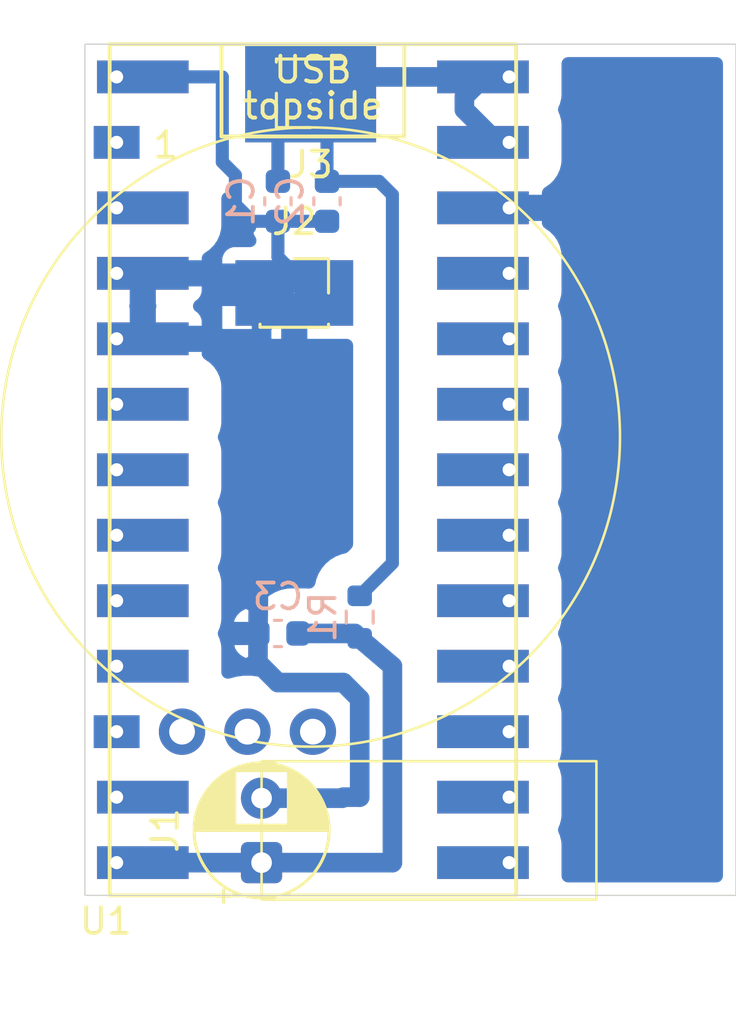
<source format=kicad_pcb>
(kicad_pcb (version 20241229) (generator "pcbnew") (generator_version "9.0")
  (layers (0 "F.Cu" signal) (2 "B.Cu" signal) (13 "F.Paste" user) (15 "B.Paste" user) (5 "F.SilkS" user "F.Silkscreen") (7 "B.SilkS" user "B.Silkscreen") (1 "F.Mask" user) (3 "B.Mask" user) (25 "Edge.Cuts" user))
  (net 0 "")
  (net 1 "BAT+")
  (net 2 "3V3")
  (net 3 "WAKE_PIN")
  (net 7 "BAT-")
  (net 17 "P0.29")
  (footprint "Connector_PinSocket_2.54mm:PinSocket_1x01_P2.54mm_Vertical" (layer "F.Cu") (at 8.255 9.652)
    (property "Reference" "J2" (at 0 -2.77 0) (layer "F.SilkS"))
    (property "Value" "BAT_MINUS_TAB")
    (fp_line (start -1.33 1.21) (end -1.33 1.33) (stroke (width 0.12)) (layer "F.SilkS"))
    (fp_line (start -1.33 1.33) (end 1.33 1.33) (stroke (width 0.12)) (layer "F.SilkS"))
    (fp_line (start 0 -1.33) (end 1.33 -1.33) (stroke (width 0.12)) (layer "F.SilkS"))
    (fp_line (start 1.33 -1.33) (end 1.33 0) (stroke (width 0.12)) (layer "F.SilkS"))
    (fp_line (start 1.33 1.21) (end 1.33 1.33) (stroke (width 0.12)) (layer "F.SilkS"))
    (pad "1" thru_hole rect (at 0 0) (size 4.572 2.54) (drill 0.0254) (layers "*.Cu" "*.Mask") (net 7 "BAT-"))
  )
  (footprint "Connector_PinSocket_2.54mm:PinSocket_1x01_P2.54mm_Vertical" (layer "F.Cu") (at 8.89 1.905 180)
    (property "Reference" "J3" (at 0 -2.77 0) (layer "F.SilkS"))
    (property "Value" "BAT_PLUS_TAB")
    (fp_line (start 1.33 1.21) (end 1.33 1.33) (stroke (width 0.12)) (layer "F.SilkS"))
    (fp_line (start 1.33 -1.33) (end 1.33 0) (stroke (width 0.12)) (layer "F.SilkS"))
    (fp_line (start 0 -1.33) (end 1.33 -1.33) (stroke (width 0.12)) (layer "F.SilkS"))
    (fp_line (start -1.33 1.33) (end 1.33 1.33) (stroke (width 0.12)) (layer "F.SilkS"))
    (fp_line (start -1.33 1.21) (end -1.33 1.33) (stroke (width 0.12)) (layer "F.SilkS"))
    (pad "1" thru_hole rect (at 0 0 180) (size 5.08 3.81) (drill 0.0254) (layers "*.Cu" "*.Mask") (net 1 "BAT+"))
  )
  (footprint "Capacitor_THT:CP_Radial_D5.0mm_P2.50mm" (layer "F.Cu") (at 6.985 31.75 90)
    (property "Reference" "J1" (at 1.25 -3.75 90) (layer "F.SilkS"))
    (property "Value" "VibSensor")
    (fp_line (start 1.29 -2.58) (end 1.29 2.58) (stroke (width 0.12)) (layer "F.SilkS"))
    (fp_line (start 1.25 -2.58) (end 1.25 2.58) (stroke (width 0.12)) (layer "F.SilkS"))
    (fp_line (start 1.33 -2.579) (end 1.33 2.579) (stroke (width 0.12)) (layer "F.SilkS"))
    (fp_line (start 1.37 -2.577) (end 1.37 2.577) (stroke (width 0.12)) (layer "F.SilkS"))
    (fp_line (start 1.41 -2.575) (end 1.41 2.575) (stroke (width 0.12)) (layer "F.SilkS"))
    (fp_line (start 1.45 -2.572) (end 1.45 2.572) (stroke (width 0.12)) (layer "F.SilkS"))
    (fp_line (start 1.49 -2.569) (end 1.49 -1.04) (stroke (width 0.12)) (layer "F.SilkS"))
    (fp_line (start 1.53 -2.565) (end 1.53 -1.04) (stroke (width 0.12)) (layer "F.SilkS"))
    (fp_line (start 1.57 -2.56) (end 1.57 -1.04) (stroke (width 0.12)) (layer "F.SilkS"))
    (fp_line (start 1.61 -2.555) (end 1.61 -1.04) (stroke (width 0.12)) (layer "F.SilkS"))
    (fp_line (start 1.65 -2.549) (end 1.65 -1.04) (stroke (width 0.12)) (layer "F.SilkS"))
    (fp_line (start 1.69 -2.543) (end 1.69 -1.04) (stroke (width 0.12)) (layer "F.SilkS"))
    (fp_line (start 1.73 -2.536) (end 1.73 -1.04) (stroke (width 0.12)) (layer "F.SilkS"))
    (fp_line (start 1.77 -2.528) (end 1.77 -1.04) (stroke (width 0.12)) (layer "F.SilkS"))
    (fp_line (start 1.81 -2.519) (end 1.81 -1.04) (stroke (width 0.12)) (layer "F.SilkS"))
    (fp_line (start 1.85 -2.51) (end 1.85 -1.04) (stroke (width 0.12)) (layer "F.SilkS"))
    (fp_line (start 1.89 -2.501) (end 1.89 -1.04) (stroke (width 0.12)) (layer "F.SilkS"))
    (fp_line (start 1.93 -2.49) (end 1.93 -1.04) (stroke (width 0.12)) (layer "F.SilkS"))
    (fp_line (start 1.97 -2.479) (end 1.97 -1.04) (stroke (width 0.12)) (layer "F.SilkS"))
    (fp_line (start 2.01 -2.467) (end 2.01 -1.04) (stroke (width 0.12)) (layer "F.SilkS"))
    (fp_line (start 2.05 -2.455) (end 2.05 -1.04) (stroke (width 0.12)) (layer "F.SilkS"))
    (fp_line (start 2.09 -2.442) (end 2.09 -1.04) (stroke (width 0.12)) (layer "F.SilkS"))
    (fp_line (start 2.13 -2.428) (end 2.13 -1.04) (stroke (width 0.12)) (layer "F.SilkS"))
    (fp_line (start 2.17 -2.413) (end 2.17 -1.04) (stroke (width 0.12)) (layer "F.SilkS"))
    (fp_line (start 2.21 -2.398) (end 2.21 -1.04) (stroke (width 0.12)) (layer "F.SilkS"))
    (fp_line (start 2.25 -2.382) (end 2.25 -1.04) (stroke (width 0.12)) (layer "F.SilkS"))
    (fp_line (start 2.29 -2.365) (end 2.29 -1.04) (stroke (width 0.12)) (layer "F.SilkS"))
    (fp_line (start 2.33 -2.347) (end 2.33 -1.04) (stroke (width 0.12)) (layer "F.SilkS"))
    (fp_line (start 2.37 -2.329) (end 2.37 -1.04) (stroke (width 0.12)) (layer "F.SilkS"))
    (fp_line (start 2.41 -2.309) (end 2.41 -1.04) (stroke (width 0.12)) (layer "F.SilkS"))
    (fp_line (start 2.45 -2.289) (end 2.45 -1.04) (stroke (width 0.12)) (layer "F.SilkS"))
    (fp_line (start 2.49 -2.268) (end 2.49 -1.04) (stroke (width 0.12)) (layer "F.SilkS"))
    (fp_line (start 2.53 -2.246) (end 2.53 -1.04) (stroke (width 0.12)) (layer "F.SilkS"))
    (fp_line (start 2.57 -2.223) (end 2.57 -1.04) (stroke (width 0.12)) (layer "F.SilkS"))
    (fp_line (start 2.61 -2.199) (end 2.61 -1.04) (stroke (width 0.12)) (layer "F.SilkS"))
    (fp_line (start 2.65 -2.175) (end 2.65 -1.04) (stroke (width 0.12)) (layer "F.SilkS"))
    (fp_line (start 2.69 -2.149) (end 2.69 -1.04) (stroke (width 0.12)) (layer "F.SilkS"))
    (fp_line (start 2.73 -2.122) (end 2.73 -1.04) (stroke (width 0.12)) (layer "F.SilkS"))
    (fp_line (start 2.77 -2.094) (end 2.77 -1.04) (stroke (width 0.12)) (layer "F.SilkS"))
    (fp_line (start 2.81 -2.065) (end 2.81 -1.04) (stroke (width 0.12)) (layer "F.SilkS"))
    (fp_line (start 2.85 -2.035) (end 2.85 -1.04) (stroke (width 0.12)) (layer "F.SilkS"))
    (fp_line (start 2.89 -2.003) (end 2.89 -1.04) (stroke (width 0.12)) (layer "F.SilkS"))
    (fp_line (start 2.93 -1.97) (end 2.93 -1.04) (stroke (width 0.12)) (layer "F.SilkS"))
    (fp_line (start 2.97 -1.936) (end 2.97 -1.04) (stroke (width 0.12)) (layer "F.SilkS"))
    (fp_line (start 3.01 -1.901) (end 3.01 -1.04) (stroke (width 0.12)) (layer "F.SilkS"))
    (fp_line (start 3.05 -1.864) (end 3.05 -1.04) (stroke (width 0.12)) (layer "F.SilkS"))
    (fp_line (start 3.09 -1.825) (end 3.09 -1.04) (stroke (width 0.12)) (layer "F.SilkS"))
    (fp_line (start 3.13 -1.785) (end 3.13 -1.04) (stroke (width 0.12)) (layer "F.SilkS"))
    (fp_line (start 3.17 -1.743) (end 3.17 -1.04) (stroke (width 0.12)) (layer "F.SilkS"))
    (fp_line (start -1.304775 -1.725) (end -1.304775 -1.225) (stroke (width 0.12)) (layer "F.SilkS"))
    (fp_line (start 3.21 -1.699) (end 3.21 -1.04) (stroke (width 0.12)) (layer "F.SilkS"))
    (fp_line (start 3.25 -1.652) (end 3.25 -1.04) (stroke (width 0.12)) (layer "F.SilkS"))
    (fp_line (start 3.29 -1.604) (end 3.29 -1.04) (stroke (width 0.12)) (layer "F.SilkS"))
    (fp_line (start 3.33 -1.553) (end 3.33 -1.04) (stroke (width 0.12)) (layer "F.SilkS"))
    (fp_line (start 3.37 -1.499) (end 3.37 -1.04) (stroke (width 0.12)) (layer "F.SilkS"))
    (fp_line (start -1.554775 -1.475) (end -1.054775 -1.475) (stroke (width 0.12)) (layer "F.SilkS"))
    (fp_line (start 3.41 -1.443) (end 3.41 -1.04) (stroke (width 0.12)) (layer "F.SilkS"))
    (fp_line (start 3.45 -1.383) (end 3.45 -1.04) (stroke (width 0.12)) (layer "F.SilkS"))
    (fp_line (start 3.49 -1.319) (end 3.49 -1.04) (stroke (width 0.12)) (layer "F.SilkS"))
    (fp_line (start 3.53 -1.251) (end 3.53 -1.04) (stroke (width 0.12)) (layer "F.SilkS"))
    (fp_line (start 3.57 -1.177) (end 3.57 1.177) (stroke (width 0.12)) (layer "F.SilkS"))
    (fp_line (start 3.61 -1.098) (end 3.61 1.098) (stroke (width 0.12)) (layer "F.SilkS"))
    (fp_line (start 3.65 -1.011) (end 3.65 1.011) (stroke (width 0.12)) (layer "F.SilkS"))
    (fp_line (start 3.69 -0.914) (end 3.69 0.914) (stroke (width 0.12)) (layer "F.SilkS"))
    (fp_line (start 3.73 -0.805) (end 3.73 0.805) (stroke (width 0.12)) (layer "F.SilkS"))
    (fp_line (start 3.77 -0.677) (end 3.77 0.677) (stroke (width 0.12)) (layer "F.SilkS"))
    (fp_line (start 3.81 -0.517) (end 3.81 0.517) (stroke (width 0.12)) (layer "F.SilkS"))
    (fp_line (start 3.85 -0.283) (end 3.85 0.283) (stroke (width 0.12)) (layer "F.SilkS"))
    (fp_line (start 3.53 1.04) (end 3.53 1.251) (stroke (width 0.12)) (layer "F.SilkS"))
    (fp_line (start 3.49 1.04) (end 3.49 1.319) (stroke (width 0.12)) (layer "F.SilkS"))
    (fp_line (start 3.45 1.04) (end 3.45 1.383) (stroke (width 0.12)) (layer "F.SilkS"))
    (fp_line (start 3.41 1.04) (end 3.41 1.443) (stroke (width 0.12)) (layer "F.SilkS"))
    (fp_line (start 3.37 1.04) (end 3.37 1.499) (stroke (width 0.12)) (layer "F.SilkS"))
    (fp_line (start 3.33 1.04) (end 3.33 1.553) (stroke (width 0.12)) (layer "F.SilkS"))
    (fp_line (start 3.29 1.04) (end 3.29 1.604) (stroke (width 0.12)) (layer "F.SilkS"))
    (fp_line (start 3.25 1.04) (end 3.25 1.652) (stroke (width 0.12)) (layer "F.SilkS"))
    (fp_line (start 3.21 1.04) (end 3.21 1.699) (stroke (width 0.12)) (layer "F.SilkS"))
    (fp_line (start 3.17 1.04) (end 3.17 1.743) (stroke (width 0.12)) (layer "F.SilkS"))
    (fp_line (start 3.13 1.04) (end 3.13 1.785) (stroke (width 0.12)) (layer "F.SilkS"))
    (fp_line (start 3.09 1.04) (end 3.09 1.825) (stroke (width 0.12)) (layer "F.SilkS"))
    (fp_line (start 3.05 1.04) (end 3.05 1.864) (stroke (width 0.12)) (layer "F.SilkS"))
    (fp_line (start 3.01 1.04) (end 3.01 1.901) (stroke (width 0.12)) (layer "F.SilkS"))
    (fp_line (start 2.97 1.04) (end 2.97 1.936) (stroke (width 0.12)) (layer "F.SilkS"))
    (fp_line (start 2.93 1.04) (end 2.93 1.97) (stroke (width 0.12)) (layer "F.SilkS"))
    (fp_line (start 2.89 1.04) (end 2.89 2.003) (stroke (width 0.12)) (layer "F.SilkS"))
    (fp_line (start 2.85 1.04) (end 2.85 2.035) (stroke (width 0.12)) (layer "F.SilkS"))
    (fp_line (start 2.81 1.04) (end 2.81 2.065) (stroke (width 0.12)) (layer "F.SilkS"))
    (fp_line (start 2.77 1.04) (end 2.77 2.094) (stroke (width 0.12)) (layer "F.SilkS"))
    (fp_line (start 2.73 1.04) (end 2.73 2.122) (stroke (width 0.12)) (layer "F.SilkS"))
    (fp_line (start 2.69 1.04) (end 2.69 2.149) (stroke (width 0.12)) (layer "F.SilkS"))
    (fp_line (start 2.65 1.04) (end 2.65 2.175) (stroke (width 0.12)) (layer "F.SilkS"))
    (fp_line (start 2.61 1.04) (end 2.61 2.199) (stroke (width 0.12)) (layer "F.SilkS"))
    (fp_line (start 2.57 1.04) (end 2.57 2.223) (stroke (width 0.12)) (layer "F.SilkS"))
    (fp_line (start 2.53 1.04) (end 2.53 2.246) (stroke (width 0.12)) (layer "F.SilkS"))
    (fp_line (start 2.49 1.04) (end 2.49 2.268) (stroke (width 0.12)) (layer "F.SilkS"))
    (fp_line (start 2.45 1.04) (end 2.45 2.289) (stroke (width 0.12)) (layer "F.SilkS"))
    (fp_line (start 2.41 1.04) (end 2.41 2.309) (stroke (width 0.12)) (layer "F.SilkS"))
    (fp_line (start 2.37 1.04) (end 2.37 2.329) (stroke (width 0.12)) (layer "F.SilkS"))
    (fp_line (start 2.33 1.04) (end 2.33 2.347) (stroke (width 0.12)) (layer "F.SilkS"))
    (fp_line (start 2.29 1.04) (end 2.29 2.365) (stroke (width 0.12)) (layer "F.SilkS"))
    (fp_line (start 2.25 1.04) (end 2.25 2.382) (stroke (width 0.12)) (layer "F.SilkS"))
    (fp_line (start 2.21 1.04) (end 2.21 2.398) (stroke (width 0.12)) (layer "F.SilkS"))
    (fp_line (start 2.17 1.04) (end 2.17 2.413) (stroke (width 0.12)) (layer "F.SilkS"))
    (fp_line (start 2.13 1.04) (end 2.13 2.428) (stroke (width 0.12)) (layer "F.SilkS"))
    (fp_line (start 2.09 1.04) (end 2.09 2.442) (stroke (width 0.12)) (layer "F.SilkS"))
    (fp_line (start 2.05 1.04) (end 2.05 2.455) (stroke (width 0.12)) (layer "F.SilkS"))
    (fp_line (start 2.01 1.04) (end 2.01 2.467) (stroke (width 0.12)) (layer "F.SilkS"))
    (fp_line (start 1.97 1.04) (end 1.97 2.479) (stroke (width 0.12)) (layer "F.SilkS"))
    (fp_line (start 1.93 1.04) (end 1.93 2.49) (stroke (width 0.12)) (layer "F.SilkS"))
    (fp_line (start 1.89 1.04) (end 1.89 2.501) (stroke (width 0.12)) (layer "F.SilkS"))
    (fp_line (start 1.85 1.04) (end 1.85 2.51) (stroke (width 0.12)) (layer "F.SilkS"))
    (fp_line (start 1.81 1.04) (end 1.81 2.519) (stroke (width 0.12)) (layer "F.SilkS"))
    (fp_line (start 1.77 1.04) (end 1.77 2.528) (stroke (width 0.12)) (layer "F.SilkS"))
    (fp_line (start 1.73 1.04) (end 1.73 2.536) (stroke (width 0.12)) (layer "F.SilkS"))
    (fp_line (start 1.69 1.04) (end 1.69 2.543) (stroke (width 0.12)) (layer "F.SilkS"))
    (fp_line (start 1.65 1.04) (end 1.65 2.549) (stroke (width 0.12)) (layer "F.SilkS"))
    (fp_line (start 1.61 1.04) (end 1.61 2.555) (stroke (width 0.12)) (layer "F.SilkS"))
    (fp_line (start 1.57 1.04) (end 1.57 2.56) (stroke (width 0.12)) (layer "F.SilkS"))
    (fp_line (start 1.53 1.04) (end 1.53 2.565) (stroke (width 0.12)) (layer "F.SilkS"))
    (fp_line (start 1.49 1.04) (end 1.49 2.569) (stroke (width 0.12)) (layer "F.SilkS"))
    (fp_rect (start -1.435 0) (end 3.935 13) (stroke (width 0.1)) (fill no) (layer "F.SilkS"))
    (fp_circle (center 1.25 0) (end 3.87 0) (stroke (width 0.12)) (fill no) (layer "F.SilkS"))
    (pad "1" thru_hole roundrect (at 0 0 90) (size 1.6 1.6) (drill 0.8) (layers "*.Cu" "*.Mask") (roundrect_rratio 0.15625) (net 3 "WAKE_PIN"))
    (pad "2" thru_hole circle (at 2.5 0 90) (size 1.6 1.6) (drill 0.8) (layers "*.Cu" "*.Mask") (net 7 "BAT-"))
  )
  (footprint "PCM_marbastlib-xp-promicroish:nice_nano_AH_USBup" (layer "F.Cu") (at 8.9775 17.78)
    (property "Reference" "U1" (at -9.14 16.24 0) (layer "F.SilkS") (effects (justify left)))
    (property "Value" "nice_nano")
    (fp_line (start -3.55 -14.2) (end -3.55 -17.78) (stroke (width 0.15)) (layer "F.SilkS"))
    (fp_line (start 3.55 -14.2) (end -3.55 -14.2) (stroke (width 0.15)) (layer "F.SilkS"))
    (fp_line (start 3.55 -14.2) (end 3.55 -17.78) (stroke (width 0.15)) (layer "F.SilkS"))
    (fp_rect (start -7.89 -17.78) (end 7.89 15.24) (stroke (width 0.15)) (fill no) (layer "F.SilkS"))
    (fp_text user "1" (at -5.715 -13.2825 0) (layer "F.SilkS") (effects (justify bottom)))
    (fp_text user "topside" (at 0 -14.8 0) (layer "F.SilkS") (effects (justify bottom)))
    (fp_text user "USB" (at 0 -16.2 0) (layer "F.SilkS") (effects (justify bottom)))
    (pad "1" thru_hole rect (at -7.62 -13.97) (size 1.778 1.27) (drill 0.508) (layers "*.Cu" "B.Mask"))
    (pad "2" thru_hole rect (at -7.62 -11.43) (size 3.556 1.27) (drill 0.508 (offset 1.016 0)) (layers "*.Cu" "B.Mask"))
    (pad "3" thru_hole rect (at -7.62 -8.89) (size 3.556 1.27) (drill 0.508 (offset 1.016 0)) (layers "*.Cu" "B.Mask") (net 7 "BAT-"))
    (pad "4" thru_hole rect (at -7.62 -6.35) (size 3.556 1.27) (drill 0.508 (offset 1.016 0)) (layers "*.Cu" "B.Mask") (net 7 "BAT-"))
    (pad "5" thru_hole rect (at -7.62 -3.81) (size 3.556 1.27) (drill 0.508 (offset 1.016 0)) (layers "*.Cu" "B.Mask"))
    (pad "6" thru_hole rect (at -7.62 -1.27) (size 3.556 1.27) (drill 0.508 (offset 1.016 0)) (layers "*.Cu" "B.Mask"))
    (pad "7" thru_hole rect (at -7.62 1.27) (size 3.556 1.27) (drill 0.508 (offset 1.016 0)) (layers "*.Cu" "B.Mask"))
    (pad "8" thru_hole rect (at -7.62 3.81) (size 3.556 1.27) (drill 0.508 (offset 1.016 0)) (layers "*.Cu" "B.Mask"))
    (pad "9" thru_hole rect (at -7.62 6.35) (size 3.556 1.27) (drill 0.508 (offset 1.016 0)) (layers "*.Cu" "B.Mask"))
    (pad "10" thru_hole rect (at -7.62 8.89) (size 1.778 1.27) (drill 0.508) (layers "*.Cu" "B.Mask"))
    (pad "11" thru_hole rect (at -7.62 11.43) (size 3.556 1.27) (drill 0.508 (offset 1.016 0)) (layers "*.Cu" "B.Mask"))
    (pad "12" thru_hole rect (at -7.62 13.97) (size 3.556 1.27) (drill 0.508 (offset 1.016 0)) (layers "*.Cu" "B.Mask") (net 3 "WAKE_PIN"))
    (pad "13" thru_hole rect (at 7.62 -13.97) (size 3.556 1.27) (drill 0.508 (offset -1.016 0)) (layers "*.Cu" "B.Mask") (net 1 "BAT+"))
    (pad "14" thru_hole rect (at 7.62 -11.43) (size 3.556 1.27) (drill 0.508 (offset -1.016 0)) (layers "*.Cu" "B.Mask") (net 7 "BAT-"))
    (pad "15" thru_hole rect (at 7.62 -8.89) (size 3.556 1.27) (drill 0.508 (offset -1.016 0)) (layers "*.Cu" "B.Mask"))
    (pad "16" thru_hole rect (at 7.62 -6.35) (size 3.556 1.27) (drill 0.508 (offset -1.016 0)) (layers "*.Cu" "B.Mask") (net 2 "3V3"))
    (pad "17" thru_hole rect (at 7.62 -3.81) (size 3.556 1.27) (drill 0.508 (offset -1.016 0)) (layers "*.Cu" "B.Mask"))
    (pad "18" thru_hole rect (at 7.62 -1.27) (size 3.556 1.27) (drill 0.508 (offset -1.016 0)) (layers "*.Cu" "B.Mask") (net 17 "P0.29"))
    (pad "19" thru_hole rect (at 7.62 1.27) (size 3.556 1.27) (drill 0.508 (offset -1.016 0)) (layers "*.Cu" "B.Mask"))
    (pad "20" thru_hole rect (at 7.62 3.81) (size 3.556 1.27) (drill 0.508 (offset -1.016 0)) (layers "*.Cu" "B.Mask"))
    (pad "21" thru_hole rect (at 7.62 6.35) (size 3.556 1.27) (drill 0.508 (offset -1.016 0)) (layers "*.Cu" "B.Mask"))
    (pad "22" thru_hole rect (at 7.62 8.89) (size 3.556 1.27) (drill 0.508 (offset -1.016 0)) (layers "*.Cu" "B.Mask"))
    (pad "23" thru_hole rect (at 7.62 11.43) (size 3.556 1.27) (drill 0.508 (offset -1.016 0)) (layers "*.Cu" "B.Mask"))
    (pad "24" thru_hole rect (at 7.62 13.97) (size 3.556 1.27) (drill 0.508 (offset -1.016 0)) (layers "*.Cu" "B.Mask"))
    (pad "25" thru_hole circle (at -5.08 8.89) (size 1.8 1.8) (drill 1) (layers "*.Cu" "B.Mask"))
    (pad "26" thru_hole circle (at -2.54 8.89) (size 1.8 1.8) (drill 1) (layers "*.Cu" "B.Mask"))
    (pad "27" thru_hole circle (at 0 8.89) (size 1.8 1.8) (drill 1) (layers "*.Cu" "B.Mask"))
    (pad "28" thru_hole rect (at -7.62 -16.51) (size 3.556 1.27) (drill 0.508 (offset 1.016 0)) (layers "*.Cu" "B.Mask") (net 7 "BAT-"))
    (pad "29" thru_hole rect (at 7.62 -16.51) (size 3.556 1.27) (drill 0.508 (offset -1.016 0)) (layers "*.Cu" "B.Mask") (net 1 "BAT+"))
    (zone (net 0) (net_name "") (layers "F.Cu" "B.Cu") (name "ANT") (connect_pads (clearance 0)) (min_thickness 0.25)
      (keepout (tracks allowed) (vias allowed) (pads allowed) (copperpour not_allowed) (footprints allowed))
      (fill (thermal_gap 0.5) (thermal_bridge_width 0.5))
      (polygon (pts (xy 0.0875 27.69) (xy 17.8675 27.94) (xy 17.8675 38.02) (xy 0.0875 37.77)))
    )
  )
  (footprint "Resistor_SMD:R_0603_1608Metric" (layer "B.Cu") (at 10.795 22.225 -90)
    (property "Reference" "R1" (at 0 1.43 90) (layer "B.SilkS") (effects (justify mirror)))
    (property "Value" "470k")
    (fp_line (start -0.237258 0.5225) (end 0.237258 0.5225) (stroke (width 0.12)) (layer "B.SilkS"))
    (fp_line (start -0.237258 -0.5225) (end 0.237258 -0.5225) (stroke (width 0.12)) (layer "B.SilkS"))
    (pad "1" smd roundrect (at -0.825 0 270) (size 0.8 0.95) (layers "B.Cu" "B.Mask" "B.Paste") (net 1 "BAT+"))
    (pad "2" smd roundrect (at 0.825 0 270) (size 0.8 0.95) (layers "B.Cu" "B.Mask" "B.Paste") (net 3 "WAKE_PIN"))
  )
  (footprint "Capacitor_SMD:C_0603_1608Metric" (layer "B.Cu") (at 9.525 6.096 -90)
    (property "Reference" "C2" (at 0 1.43 90) (layer "B.SilkS") (effects (justify mirror)))
    (property "Value" "10uf")
    (fp_line (start -0.14058 0.51) (end 0.14058 0.51) (stroke (width 0.12)) (layer "B.SilkS"))
    (fp_line (start -0.14058 -0.51) (end 0.14058 -0.51) (stroke (width 0.12)) (layer "B.SilkS"))
    (pad "1" smd roundrect (at -0.775 0 270) (size 0.9 0.95) (layers "B.Cu" "B.Mask" "B.Paste") (net 1 "BAT+"))
    (pad "2" smd roundrect (at 0.775 0 270) (size 0.9 0.95) (layers "B.Cu" "B.Mask" "B.Paste") (net 7 "BAT-"))
  )
  (footprint "Capacitor_SMD:C_0603_1608Metric" (layer "B.Cu") (at 7.62 22.86 180)
    (property "Reference" "C3" (at 0 1.43 0) (layer "B.SilkS") (effects (justify mirror)))
    (property "Value" ".47uf")
    (fp_line (start -0.14058 0.51) (end 0.14058 0.51) (stroke (width 0.12)) (layer "B.SilkS"))
    (fp_line (start -0.14058 -0.51) (end 0.14058 -0.51) (stroke (width 0.12)) (layer "B.SilkS"))
    (pad "1" smd roundrect (at -0.775 0 180) (size 0.9 0.95) (layers "B.Cu" "B.Mask" "B.Paste") (net 3 "WAKE_PIN"))
    (pad "2" smd roundrect (at 0.775 0 180) (size 0.9 0.95) (layers "B.Cu" "B.Mask" "B.Paste") (net 7 "BAT-"))
  )
  (footprint "Capacitor_SMD:C_0603_1608Metric" (layer "B.Cu") (at 7.62 6.096 -90)
    (property "Reference" "C1" (at 0 1.43 90) (layer "B.SilkS") (effects (justify mirror)))
    (property "Value" "0.1uf")
    (fp_line (start -0.14058 0.51) (end 0.14058 0.51) (stroke (width 0.12)) (layer "B.SilkS"))
    (fp_line (start -0.14058 -0.51) (end 0.14058 -0.51) (stroke (width 0.12)) (layer "B.SilkS"))
    (pad "1" smd roundrect (at -0.775 0 270) (size 0.9 0.95) (layers "B.Cu" "B.Mask" "B.Paste") (net 1 "BAT+"))
    (pad "2" smd roundrect (at 0.775 0 270) (size 0.9 0.95) (layers "B.Cu" "B.Mask" "B.Paste") (net 7 "BAT-"))
  )
  (gr_circle (center 8.89 15.24) (end 20.89 15.74) (stroke (width 0.1)) (fill no) (layer "F.SilkS"))
  (gr_rect (start 0.127 0) (end 25.4 33.02) (stroke (width 0.05)) (fill no) (layer "Edge.Cuts"))
  (segment (start 16.129 3.81) (end 16.5975 3.81) (width 0.762) (layer "B.Cu") (net 1))
  (segment (start 8.89 1.905) (end 8.89 2.54) (width 0.2) (layer "B.Cu") (net 1))
  (segment (start 16.5975 1.27) (end 15.621 1.27) (width 0.762) (layer "B.Cu") (net 1))
  (segment (start 7.62 3.175) (end 7.62 5.321) (width 0.508) (layer "B.Cu") (net 1))
  (segment (start 14.859 2.032) (end 14.859 2.54) (width 0.762) (layer "B.Cu") (net 1))
  (segment (start 8.89 2.54) (end 9.525 3.175) (width 0.2) (layer "B.Cu") (net 1))
  (segment (start 8.89 1.905) (end 7.62 3.175) (width 0.2) (layer "B.Cu") (net 1))
  (segment (start 16.5975 3.81) (end 15.24 3.81) (width 0.2) (layer "B.Cu") (net 1))
  (segment (start 15.621 1.27) (end 14.859 2.032) (width 0.762) (layer "B.Cu") (net 1))
  (segment (start 9.525 3.175) (end 9.525 5.321) (width 0.508) (layer "B.Cu") (net 1))
  (segment (start 12.065 20.13) (end 10.795 21.4) (width 0.508) (layer "B.Cu") (net 1))
  (segment (start 14.859 2.54) (end 16.129 3.81) (width 0.762) (layer "B.Cu") (net 1))
  (segment (start 9.525 5.321) (end 11.544 5.321) (width 0.508) (layer "B.Cu") (net 1))
  (segment (start 11.544 5.321) (end 12.065 5.842) (width 0.508) (layer "B.Cu") (net 1))
  (segment (start 12.065 5.842) (end 12.065 20.13) (width 0.508) (layer "B.Cu") (net 1))
  (segment (start 16.5975 1.27) (end 9.525 1.27) (width 0.762) (layer "B.Cu") (net 1))
  (segment (start 6.985 31.75) (end 12.065 31.75) (width 0.762) (layer "B.Cu") (net 3))
  (segment (start 1.3575 31.75) (end 6.985 31.75) (width 0.762) (layer "B.Cu") (net 3))
  (segment (start 8.395 22.86) (end 10.605 22.86) (width 0.762) (layer "B.Cu") (net 3))
  (segment (start 12.065 24.13) (end 10.795 23.05) (width 0.762) (layer "B.Cu") (net 3))
  (segment (start 12.065 31.75) (end 12.065 24.13) (width 0.762) (layer "B.Cu") (net 3))
  (segment (start 10.605 22.86) (end 10.795 23.05) (width 0.762) (layer "B.Cu") (net 3))
  (segment (start 6.985 10.922) (end 8.255 9.652) (width 0.762) (layer "B.Cu") (net 7))
  (segment (start 6.845 22.86) (end 6.845 23.99) (width 0.762) (layer "B.Cu") (net 7))
  (segment (start 16.5975 6.35) (end 16.4575 6.49) (width 0.762) (layer "B.Cu") (net 7))
  (segment (start 7.62 8.255) (end 8.89 9.525) (width 0.508) (layer "B.Cu") (net 7))
  (segment (start 5.461 1.27) (end 5.461 4.572) (width 0.508) (layer "B.Cu") (net 7))
  (segment (start 10.795 29.21) (end 10.16 29.21) (width 0.762) (layer "B.Cu") (net 7))
  (segment (start 10.12 29.25) (end 6.985 29.25) (width 0.762) (layer "B.Cu") (net 7))
  (segment (start 7.62 6.871) (end 7.62 8.255) (width 0.508) (layer "B.Cu") (net 7))
  (segment (start 10.795 25.4) (end 10.795 29.21) (width 0.762) (layer "B.Cu") (net 7))
  (segment (start 5.461 4.572) (end 5.969 5.08) (width 0.508) (layer "B.Cu") (net 7))
  (segment (start 5.969 6.223) (end 6.617 6.871) (width 0.508) (layer "B.Cu") (net 7))
  (segment (start 8.255 8.89) (end 8.89 9.525) (width 0.762) (layer "B.Cu") (net 7))
  (segment (start 6.985 11.43) (end 6.985 10.922) (width 0.762) (layer "B.Cu") (net 7))
  (segment (start 1.3575 1.27) (end 5.461 1.27) (width 0.508) (layer "B.Cu") (net 7))
  (segment (start 6.617 6.871) (end 7.62 6.871) (width 0.508) (layer "B.Cu") (net 7))
  (segment (start 1.3575 11.43) (end 6.985 11.43) (width 0.762) (layer "B.Cu") (net 7))
  (segment (start 10.16 24.765) (end 10.795 25.4) (width 0.762) (layer "B.Cu") (net 7))
  (segment (start 10.16 29.21) (end 10.12 29.25) (width 0.762) (layer "B.Cu") (net 7))
  (segment (start 6.985 11.43) (end 6.845 22.86) (width 0.762) (layer "B.Cu") (net 7))
  (segment (start 7.62 6.871) (end 9.525 6.871) (width 0.508) (layer "B.Cu") (net 7))
  (segment (start 5.969 5.08) (end 5.969 6.223) (width 0.508) (layer "B.Cu") (net 7))
  (segment (start 6.845 23.99) (end 7.62 24.765) (width 0.762) (layer "B.Cu") (net 7))
  (segment (start 7.62 24.765) (end 10.16 24.765) (width 0.762) (layer "B.Cu") (net 7))
  (segment (start 1.3575 8.89) (end 8.255 8.89) (width 0.762) (layer "B.Cu") (net 7))
  (zone (net 7) (net_name "BAT-") (layer "B.Cu") (connect_pads (clearance 1.27)) (min_thickness 0.508) (fill yes (thermal_gap 0.508) (thermal_bridge_width 1.016))
    (polygon (pts (xy 0.127 0) (xy 25.4 0) (xy 25.4 32.893) (xy 0.127 32.893)))
  )
)
</source>
